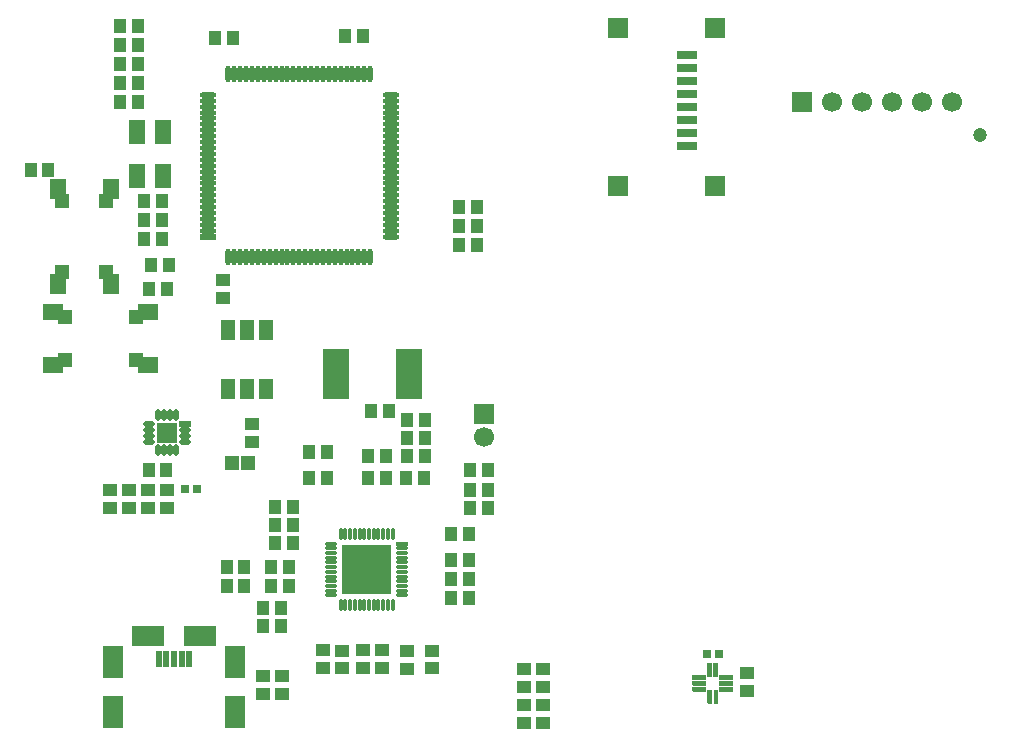
<source format=gbs>
G04 #@! TF.GenerationSoftware,KiCad,Pcbnew,(2017-02-02 revision 8dadc18)-makepkg*
G04 #@! TF.CreationDate,2017-03-26T00:07:33+03:00*
G04 #@! TF.ProjectId,Badge,42616467652E6B696361645F70636200,rev?*
G04 #@! TF.FileFunction,Soldermask,Bot*
G04 #@! TF.FilePolarity,Negative*
%FSLAX46Y46*%
G04 Gerber Fmt 4.6, Leading zero omitted, Abs format (unit mm)*
G04 Created by KiCad (PCBNEW (2017-02-02 revision 8dadc18)-makepkg) date 03/26/17 00:07:33*
%MOMM*%
%LPD*%
G01*
G04 APERTURE LIST*
%ADD10C,0.100000*%
%ADD11R,1.000000X0.400000*%
%ADD12O,1.000000X0.400000*%
%ADD13O,0.400000X1.000000*%
%ADD14R,1.200000X1.200000*%
%ADD15R,0.450000X1.200000*%
%ADD16C,0.450000*%
%ADD17R,2.300000X4.200000*%
%ADD18R,1.216000X1.089000*%
%ADD19R,1.700000X1.700000*%
%ADD20C,1.700000*%
%ADD21R,0.800000X0.800000*%
%ADD22R,1.000000X0.500000*%
%ADD23O,1.000000X0.500000*%
%ADD24O,0.500000X1.000000*%
%ADD25R,1.200000X1.300000*%
%ADD26R,1.700000X1.400000*%
%ADD27R,1.300000X1.200000*%
%ADD28R,1.400000X1.700000*%
%ADD29R,1.089000X1.216000*%
%ADD30R,1.701140X0.700380*%
%ADD31R,1.701140X1.701140*%
%ADD32R,1.700000X2.700000*%
%ADD33R,2.700000X1.700000*%
%ADD34R,0.600000X1.450000*%
%ADD35R,1.300000X1.800000*%
%ADD36R,1.400000X0.480000*%
%ADD37O,1.400000X0.480000*%
%ADD38O,0.480000X1.400000*%
%ADD39C,1.200000*%
%ADD40R,1.398880X2.099920*%
%ADD41R,1.100000X1.200000*%
%ADD42R,1.200000X1.100000*%
%ADD43R,1.280000X1.200000*%
G04 APERTURE END LIST*
D10*
D11*
X133302000Y-95385700D03*
D12*
X133302000Y-95785700D03*
X133302000Y-96185700D03*
X133302000Y-96585700D03*
X133302000Y-96985700D03*
X133302000Y-97385700D03*
X133302000Y-97785700D03*
X133302000Y-98185700D03*
X133302000Y-98585700D03*
X133302000Y-98985700D03*
X133302000Y-99385700D03*
X133302000Y-99785700D03*
D13*
X132502000Y-100585700D03*
X132102000Y-100585700D03*
X131702000Y-100585700D03*
X131302000Y-100585700D03*
X130902000Y-100585700D03*
X130502000Y-100585700D03*
X130102000Y-100585700D03*
X129702000Y-100585700D03*
X129302000Y-100585700D03*
X128902000Y-100585700D03*
X128502000Y-100585700D03*
X128102000Y-100585700D03*
D12*
X127302000Y-99785700D03*
X127302000Y-99385700D03*
X127302000Y-98985700D03*
X127302000Y-98585700D03*
X127302000Y-98185700D03*
X127302000Y-97785700D03*
X127302000Y-97385700D03*
X127302000Y-96985700D03*
X127302000Y-96585700D03*
X127302000Y-96185700D03*
X127302000Y-95785700D03*
X127302000Y-95385700D03*
D13*
X128102000Y-94585700D03*
X128502000Y-94585700D03*
X128902000Y-94585700D03*
X129302000Y-94585700D03*
X129702000Y-94585700D03*
X130102000Y-94585700D03*
X130502000Y-94585700D03*
X130902000Y-94585700D03*
X131302000Y-94585700D03*
X131702000Y-94585700D03*
X132102000Y-94585700D03*
X132502000Y-94585700D03*
D14*
X131802000Y-96085700D03*
X131802000Y-97085700D03*
X131802000Y-98085700D03*
X131802000Y-99085700D03*
X130802000Y-96085700D03*
X130802000Y-97085700D03*
X130802000Y-98085700D03*
X130802000Y-99085700D03*
X129802000Y-96085700D03*
X129802000Y-97085700D03*
X129802000Y-98085700D03*
X129802000Y-99085700D03*
X128802000Y-96085700D03*
X128802000Y-97085700D03*
X128802000Y-98085700D03*
X128802000Y-99085700D03*
D15*
X159850000Y-108350000D03*
D10*
G36*
X159473527Y-107750542D02*
X159484448Y-107752162D01*
X159495157Y-107754844D01*
X159505552Y-107758564D01*
X159515532Y-107763284D01*
X159525002Y-107768960D01*
X159533869Y-107775536D01*
X159542050Y-107782950D01*
X159549464Y-107791131D01*
X159556040Y-107799998D01*
X159561716Y-107809468D01*
X159566436Y-107819448D01*
X159570156Y-107829843D01*
X159572838Y-107840552D01*
X159574458Y-107851473D01*
X159575000Y-107862500D01*
X159575000Y-108837500D01*
X159574458Y-108848527D01*
X159572838Y-108859448D01*
X159570156Y-108870157D01*
X159566436Y-108880552D01*
X159561716Y-108890532D01*
X159556040Y-108900002D01*
X159549464Y-108908869D01*
X159542050Y-108917050D01*
X159533869Y-108924464D01*
X159525002Y-108931040D01*
X159515532Y-108936716D01*
X159505552Y-108941436D01*
X159495157Y-108945156D01*
X159484448Y-108947838D01*
X159473527Y-108949458D01*
X159462500Y-108950000D01*
X159237500Y-108950000D01*
X159226473Y-108949458D01*
X159215552Y-108947838D01*
X159204843Y-108945156D01*
X159194448Y-108941436D01*
X159184468Y-108936716D01*
X159174998Y-108931040D01*
X159166131Y-108924464D01*
X159157950Y-108917050D01*
X159150536Y-108908869D01*
X159143960Y-108900002D01*
X159138284Y-108890532D01*
X159133564Y-108880552D01*
X159129844Y-108870157D01*
X159127162Y-108859448D01*
X159125542Y-108848527D01*
X159125000Y-108837500D01*
X159125000Y-107862500D01*
X159125542Y-107851473D01*
X159127162Y-107840552D01*
X159129844Y-107829843D01*
X159133564Y-107819448D01*
X159138284Y-107809468D01*
X159143960Y-107799998D01*
X159150536Y-107791131D01*
X159157950Y-107782950D01*
X159166131Y-107775536D01*
X159174998Y-107768960D01*
X159184468Y-107763284D01*
X159194448Y-107758564D01*
X159204843Y-107754844D01*
X159215552Y-107752162D01*
X159226473Y-107750542D01*
X159237500Y-107750000D01*
X159462500Y-107750000D01*
X159473527Y-107750542D01*
X159473527Y-107750542D01*
G37*
D16*
X159350000Y-108350000D03*
D10*
G36*
X158973527Y-107500542D02*
X158984448Y-107502162D01*
X158995157Y-107504844D01*
X159005552Y-107508564D01*
X159015532Y-107513284D01*
X159025002Y-107518960D01*
X159033869Y-107525536D01*
X159042050Y-107532950D01*
X159049464Y-107541131D01*
X159056040Y-107549998D01*
X159061716Y-107559468D01*
X159066436Y-107569448D01*
X159070156Y-107579843D01*
X159072838Y-107590552D01*
X159074458Y-107601473D01*
X159075000Y-107612500D01*
X159075000Y-107837500D01*
X159074458Y-107848527D01*
X159072838Y-107859448D01*
X159070156Y-107870157D01*
X159066436Y-107880552D01*
X159061716Y-107890532D01*
X159056040Y-107900002D01*
X159049464Y-107908869D01*
X159042050Y-107917050D01*
X159033869Y-107924464D01*
X159025002Y-107931040D01*
X159015532Y-107936716D01*
X159005552Y-107941436D01*
X158995157Y-107945156D01*
X158984448Y-107947838D01*
X158973527Y-107949458D01*
X158962500Y-107950000D01*
X157987500Y-107950000D01*
X157976473Y-107949458D01*
X157965552Y-107947838D01*
X157954843Y-107945156D01*
X157944448Y-107941436D01*
X157934468Y-107936716D01*
X157924998Y-107931040D01*
X157916131Y-107924464D01*
X157907950Y-107917050D01*
X157900536Y-107908869D01*
X157893960Y-107900002D01*
X157888284Y-107890532D01*
X157883564Y-107880552D01*
X157879844Y-107870157D01*
X157877162Y-107859448D01*
X157875542Y-107848527D01*
X157875000Y-107837500D01*
X157875000Y-107612500D01*
X157875542Y-107601473D01*
X157877162Y-107590552D01*
X157879844Y-107579843D01*
X157883564Y-107569448D01*
X157888284Y-107559468D01*
X157893960Y-107549998D01*
X157900536Y-107541131D01*
X157907950Y-107532950D01*
X157916131Y-107525536D01*
X157924998Y-107518960D01*
X157934468Y-107513284D01*
X157944448Y-107508564D01*
X157954843Y-107504844D01*
X157965552Y-107502162D01*
X157976473Y-107500542D01*
X157987500Y-107500000D01*
X158962500Y-107500000D01*
X158973527Y-107500542D01*
X158973527Y-107500542D01*
G37*
D16*
X158475000Y-107725000D03*
D10*
G36*
X158973527Y-107000542D02*
X158984448Y-107002162D01*
X158995157Y-107004844D01*
X159005552Y-107008564D01*
X159015532Y-107013284D01*
X159025002Y-107018960D01*
X159033869Y-107025536D01*
X159042050Y-107032950D01*
X159049464Y-107041131D01*
X159056040Y-107049998D01*
X159061716Y-107059468D01*
X159066436Y-107069448D01*
X159070156Y-107079843D01*
X159072838Y-107090552D01*
X159074458Y-107101473D01*
X159075000Y-107112500D01*
X159075000Y-107337500D01*
X159074458Y-107348527D01*
X159072838Y-107359448D01*
X159070156Y-107370157D01*
X159066436Y-107380552D01*
X159061716Y-107390532D01*
X159056040Y-107400002D01*
X159049464Y-107408869D01*
X159042050Y-107417050D01*
X159033869Y-107424464D01*
X159025002Y-107431040D01*
X159015532Y-107436716D01*
X159005552Y-107441436D01*
X158995157Y-107445156D01*
X158984448Y-107447838D01*
X158973527Y-107449458D01*
X158962500Y-107450000D01*
X157987500Y-107450000D01*
X157976473Y-107449458D01*
X157965552Y-107447838D01*
X157954843Y-107445156D01*
X157944448Y-107441436D01*
X157934468Y-107436716D01*
X157924998Y-107431040D01*
X157916131Y-107424464D01*
X157907950Y-107417050D01*
X157900536Y-107408869D01*
X157893960Y-107400002D01*
X157888284Y-107390532D01*
X157883564Y-107380552D01*
X157879844Y-107370157D01*
X157877162Y-107359448D01*
X157875542Y-107348527D01*
X157875000Y-107337500D01*
X157875000Y-107112500D01*
X157875542Y-107101473D01*
X157877162Y-107090552D01*
X157879844Y-107079843D01*
X157883564Y-107069448D01*
X157888284Y-107059468D01*
X157893960Y-107049998D01*
X157900536Y-107041131D01*
X157907950Y-107032950D01*
X157916131Y-107025536D01*
X157924998Y-107018960D01*
X157934468Y-107013284D01*
X157944448Y-107008564D01*
X157954843Y-107004844D01*
X157965552Y-107002162D01*
X157976473Y-107000542D01*
X157987500Y-107000000D01*
X158962500Y-107000000D01*
X158973527Y-107000542D01*
X158973527Y-107000542D01*
G37*
D16*
X158475000Y-107225000D03*
D10*
G36*
X158973527Y-106500542D02*
X158984448Y-106502162D01*
X158995157Y-106504844D01*
X159005552Y-106508564D01*
X159015532Y-106513284D01*
X159025002Y-106518960D01*
X159033869Y-106525536D01*
X159042050Y-106532950D01*
X159049464Y-106541131D01*
X159056040Y-106549998D01*
X159061716Y-106559468D01*
X159066436Y-106569448D01*
X159070156Y-106579843D01*
X159072838Y-106590552D01*
X159074458Y-106601473D01*
X159075000Y-106612500D01*
X159075000Y-106837500D01*
X159074458Y-106848527D01*
X159072838Y-106859448D01*
X159070156Y-106870157D01*
X159066436Y-106880552D01*
X159061716Y-106890532D01*
X159056040Y-106900002D01*
X159049464Y-106908869D01*
X159042050Y-106917050D01*
X159033869Y-106924464D01*
X159025002Y-106931040D01*
X159015532Y-106936716D01*
X159005552Y-106941436D01*
X158995157Y-106945156D01*
X158984448Y-106947838D01*
X158973527Y-106949458D01*
X158962500Y-106950000D01*
X157987500Y-106950000D01*
X157976473Y-106949458D01*
X157965552Y-106947838D01*
X157954843Y-106945156D01*
X157944448Y-106941436D01*
X157934468Y-106936716D01*
X157924998Y-106931040D01*
X157916131Y-106924464D01*
X157907950Y-106917050D01*
X157900536Y-106908869D01*
X157893960Y-106900002D01*
X157888284Y-106890532D01*
X157883564Y-106880552D01*
X157879844Y-106870157D01*
X157877162Y-106859448D01*
X157875542Y-106848527D01*
X157875000Y-106837500D01*
X157875000Y-106612500D01*
X157875542Y-106601473D01*
X157877162Y-106590552D01*
X157879844Y-106579843D01*
X157883564Y-106569448D01*
X157888284Y-106559468D01*
X157893960Y-106549998D01*
X157900536Y-106541131D01*
X157907950Y-106532950D01*
X157916131Y-106525536D01*
X157924998Y-106518960D01*
X157934468Y-106513284D01*
X157944448Y-106508564D01*
X157954843Y-106504844D01*
X157965552Y-106502162D01*
X157976473Y-106500542D01*
X157987500Y-106500000D01*
X158962500Y-106500000D01*
X158973527Y-106500542D01*
X158973527Y-106500542D01*
G37*
D16*
X158475000Y-106725000D03*
D10*
G36*
X159473527Y-105500542D02*
X159484448Y-105502162D01*
X159495157Y-105504844D01*
X159505552Y-105508564D01*
X159515532Y-105513284D01*
X159525002Y-105518960D01*
X159533869Y-105525536D01*
X159542050Y-105532950D01*
X159549464Y-105541131D01*
X159556040Y-105549998D01*
X159561716Y-105559468D01*
X159566436Y-105569448D01*
X159570156Y-105579843D01*
X159572838Y-105590552D01*
X159574458Y-105601473D01*
X159575000Y-105612500D01*
X159575000Y-106587500D01*
X159574458Y-106598527D01*
X159572838Y-106609448D01*
X159570156Y-106620157D01*
X159566436Y-106630552D01*
X159561716Y-106640532D01*
X159556040Y-106650002D01*
X159549464Y-106658869D01*
X159542050Y-106667050D01*
X159533869Y-106674464D01*
X159525002Y-106681040D01*
X159515532Y-106686716D01*
X159505552Y-106691436D01*
X159495157Y-106695156D01*
X159484448Y-106697838D01*
X159473527Y-106699458D01*
X159462500Y-106700000D01*
X159237500Y-106700000D01*
X159226473Y-106699458D01*
X159215552Y-106697838D01*
X159204843Y-106695156D01*
X159194448Y-106691436D01*
X159184468Y-106686716D01*
X159174998Y-106681040D01*
X159166131Y-106674464D01*
X159157950Y-106667050D01*
X159150536Y-106658869D01*
X159143960Y-106650002D01*
X159138284Y-106640532D01*
X159133564Y-106630552D01*
X159129844Y-106620157D01*
X159127162Y-106609448D01*
X159125542Y-106598527D01*
X159125000Y-106587500D01*
X159125000Y-105612500D01*
X159125542Y-105601473D01*
X159127162Y-105590552D01*
X159129844Y-105579843D01*
X159133564Y-105569448D01*
X159138284Y-105559468D01*
X159143960Y-105549998D01*
X159150536Y-105541131D01*
X159157950Y-105532950D01*
X159166131Y-105525536D01*
X159174998Y-105518960D01*
X159184468Y-105513284D01*
X159194448Y-105508564D01*
X159204843Y-105504844D01*
X159215552Y-105502162D01*
X159226473Y-105500542D01*
X159237500Y-105500000D01*
X159462500Y-105500000D01*
X159473527Y-105500542D01*
X159473527Y-105500542D01*
G37*
D16*
X159350000Y-106100000D03*
D10*
G36*
X159973527Y-105500542D02*
X159984448Y-105502162D01*
X159995157Y-105504844D01*
X160005552Y-105508564D01*
X160015532Y-105513284D01*
X160025002Y-105518960D01*
X160033869Y-105525536D01*
X160042050Y-105532950D01*
X160049464Y-105541131D01*
X160056040Y-105549998D01*
X160061716Y-105559468D01*
X160066436Y-105569448D01*
X160070156Y-105579843D01*
X160072838Y-105590552D01*
X160074458Y-105601473D01*
X160075000Y-105612500D01*
X160075000Y-106587500D01*
X160074458Y-106598527D01*
X160072838Y-106609448D01*
X160070156Y-106620157D01*
X160066436Y-106630552D01*
X160061716Y-106640532D01*
X160056040Y-106650002D01*
X160049464Y-106658869D01*
X160042050Y-106667050D01*
X160033869Y-106674464D01*
X160025002Y-106681040D01*
X160015532Y-106686716D01*
X160005552Y-106691436D01*
X159995157Y-106695156D01*
X159984448Y-106697838D01*
X159973527Y-106699458D01*
X159962500Y-106700000D01*
X159737500Y-106700000D01*
X159726473Y-106699458D01*
X159715552Y-106697838D01*
X159704843Y-106695156D01*
X159694448Y-106691436D01*
X159684468Y-106686716D01*
X159674998Y-106681040D01*
X159666131Y-106674464D01*
X159657950Y-106667050D01*
X159650536Y-106658869D01*
X159643960Y-106650002D01*
X159638284Y-106640532D01*
X159633564Y-106630552D01*
X159629844Y-106620157D01*
X159627162Y-106609448D01*
X159625542Y-106598527D01*
X159625000Y-106587500D01*
X159625000Y-105612500D01*
X159625542Y-105601473D01*
X159627162Y-105590552D01*
X159629844Y-105579843D01*
X159633564Y-105569448D01*
X159638284Y-105559468D01*
X159643960Y-105549998D01*
X159650536Y-105541131D01*
X159657950Y-105532950D01*
X159666131Y-105525536D01*
X159674998Y-105518960D01*
X159684468Y-105513284D01*
X159694448Y-105508564D01*
X159704843Y-105504844D01*
X159715552Y-105502162D01*
X159726473Y-105500542D01*
X159737500Y-105500000D01*
X159962500Y-105500000D01*
X159973527Y-105500542D01*
X159973527Y-105500542D01*
G37*
D16*
X159850000Y-106100000D03*
D10*
G36*
X161223527Y-106500542D02*
X161234448Y-106502162D01*
X161245157Y-106504844D01*
X161255552Y-106508564D01*
X161265532Y-106513284D01*
X161275002Y-106518960D01*
X161283869Y-106525536D01*
X161292050Y-106532950D01*
X161299464Y-106541131D01*
X161306040Y-106549998D01*
X161311716Y-106559468D01*
X161316436Y-106569448D01*
X161320156Y-106579843D01*
X161322838Y-106590552D01*
X161324458Y-106601473D01*
X161325000Y-106612500D01*
X161325000Y-106837500D01*
X161324458Y-106848527D01*
X161322838Y-106859448D01*
X161320156Y-106870157D01*
X161316436Y-106880552D01*
X161311716Y-106890532D01*
X161306040Y-106900002D01*
X161299464Y-106908869D01*
X161292050Y-106917050D01*
X161283869Y-106924464D01*
X161275002Y-106931040D01*
X161265532Y-106936716D01*
X161255552Y-106941436D01*
X161245157Y-106945156D01*
X161234448Y-106947838D01*
X161223527Y-106949458D01*
X161212500Y-106950000D01*
X160237500Y-106950000D01*
X160226473Y-106949458D01*
X160215552Y-106947838D01*
X160204843Y-106945156D01*
X160194448Y-106941436D01*
X160184468Y-106936716D01*
X160174998Y-106931040D01*
X160166131Y-106924464D01*
X160157950Y-106917050D01*
X160150536Y-106908869D01*
X160143960Y-106900002D01*
X160138284Y-106890532D01*
X160133564Y-106880552D01*
X160129844Y-106870157D01*
X160127162Y-106859448D01*
X160125542Y-106848527D01*
X160125000Y-106837500D01*
X160125000Y-106612500D01*
X160125542Y-106601473D01*
X160127162Y-106590552D01*
X160129844Y-106579843D01*
X160133564Y-106569448D01*
X160138284Y-106559468D01*
X160143960Y-106549998D01*
X160150536Y-106541131D01*
X160157950Y-106532950D01*
X160166131Y-106525536D01*
X160174998Y-106518960D01*
X160184468Y-106513284D01*
X160194448Y-106508564D01*
X160204843Y-106504844D01*
X160215552Y-106502162D01*
X160226473Y-106500542D01*
X160237500Y-106500000D01*
X161212500Y-106500000D01*
X161223527Y-106500542D01*
X161223527Y-106500542D01*
G37*
D16*
X160725000Y-106725000D03*
D10*
G36*
X161223527Y-107000542D02*
X161234448Y-107002162D01*
X161245157Y-107004844D01*
X161255552Y-107008564D01*
X161265532Y-107013284D01*
X161275002Y-107018960D01*
X161283869Y-107025536D01*
X161292050Y-107032950D01*
X161299464Y-107041131D01*
X161306040Y-107049998D01*
X161311716Y-107059468D01*
X161316436Y-107069448D01*
X161320156Y-107079843D01*
X161322838Y-107090552D01*
X161324458Y-107101473D01*
X161325000Y-107112500D01*
X161325000Y-107337500D01*
X161324458Y-107348527D01*
X161322838Y-107359448D01*
X161320156Y-107370157D01*
X161316436Y-107380552D01*
X161311716Y-107390532D01*
X161306040Y-107400002D01*
X161299464Y-107408869D01*
X161292050Y-107417050D01*
X161283869Y-107424464D01*
X161275002Y-107431040D01*
X161265532Y-107436716D01*
X161255552Y-107441436D01*
X161245157Y-107445156D01*
X161234448Y-107447838D01*
X161223527Y-107449458D01*
X161212500Y-107450000D01*
X160237500Y-107450000D01*
X160226473Y-107449458D01*
X160215552Y-107447838D01*
X160204843Y-107445156D01*
X160194448Y-107441436D01*
X160184468Y-107436716D01*
X160174998Y-107431040D01*
X160166131Y-107424464D01*
X160157950Y-107417050D01*
X160150536Y-107408869D01*
X160143960Y-107400002D01*
X160138284Y-107390532D01*
X160133564Y-107380552D01*
X160129844Y-107370157D01*
X160127162Y-107359448D01*
X160125542Y-107348527D01*
X160125000Y-107337500D01*
X160125000Y-107112500D01*
X160125542Y-107101473D01*
X160127162Y-107090552D01*
X160129844Y-107079843D01*
X160133564Y-107069448D01*
X160138284Y-107059468D01*
X160143960Y-107049998D01*
X160150536Y-107041131D01*
X160157950Y-107032950D01*
X160166131Y-107025536D01*
X160174998Y-107018960D01*
X160184468Y-107013284D01*
X160194448Y-107008564D01*
X160204843Y-107004844D01*
X160215552Y-107002162D01*
X160226473Y-107000542D01*
X160237500Y-107000000D01*
X161212500Y-107000000D01*
X161223527Y-107000542D01*
X161223527Y-107000542D01*
G37*
D16*
X160725000Y-107225000D03*
D10*
G36*
X161223527Y-107500542D02*
X161234448Y-107502162D01*
X161245157Y-107504844D01*
X161255552Y-107508564D01*
X161265532Y-107513284D01*
X161275002Y-107518960D01*
X161283869Y-107525536D01*
X161292050Y-107532950D01*
X161299464Y-107541131D01*
X161306040Y-107549998D01*
X161311716Y-107559468D01*
X161316436Y-107569448D01*
X161320156Y-107579843D01*
X161322838Y-107590552D01*
X161324458Y-107601473D01*
X161325000Y-107612500D01*
X161325000Y-107837500D01*
X161324458Y-107848527D01*
X161322838Y-107859448D01*
X161320156Y-107870157D01*
X161316436Y-107880552D01*
X161311716Y-107890532D01*
X161306040Y-107900002D01*
X161299464Y-107908869D01*
X161292050Y-107917050D01*
X161283869Y-107924464D01*
X161275002Y-107931040D01*
X161265532Y-107936716D01*
X161255552Y-107941436D01*
X161245157Y-107945156D01*
X161234448Y-107947838D01*
X161223527Y-107949458D01*
X161212500Y-107950000D01*
X160237500Y-107950000D01*
X160226473Y-107949458D01*
X160215552Y-107947838D01*
X160204843Y-107945156D01*
X160194448Y-107941436D01*
X160184468Y-107936716D01*
X160174998Y-107931040D01*
X160166131Y-107924464D01*
X160157950Y-107917050D01*
X160150536Y-107908869D01*
X160143960Y-107900002D01*
X160138284Y-107890532D01*
X160133564Y-107880552D01*
X160129844Y-107870157D01*
X160127162Y-107859448D01*
X160125542Y-107848527D01*
X160125000Y-107837500D01*
X160125000Y-107612500D01*
X160125542Y-107601473D01*
X160127162Y-107590552D01*
X160129844Y-107579843D01*
X160133564Y-107569448D01*
X160138284Y-107559468D01*
X160143960Y-107549998D01*
X160150536Y-107541131D01*
X160157950Y-107532950D01*
X160166131Y-107525536D01*
X160174998Y-107518960D01*
X160184468Y-107513284D01*
X160194448Y-107508564D01*
X160204843Y-107504844D01*
X160215552Y-107502162D01*
X160226473Y-107500542D01*
X160237500Y-107500000D01*
X161212500Y-107500000D01*
X161223527Y-107500542D01*
X161223527Y-107500542D01*
G37*
D16*
X160725000Y-107725000D03*
D17*
X133900000Y-81000000D03*
X127700000Y-81000000D03*
D18*
X162470000Y-107846000D03*
X162470000Y-106322000D03*
D19*
X140200000Y-84400000D03*
D20*
X140200000Y-86400000D03*
D21*
X159119000Y-104720000D03*
X160119000Y-104720000D03*
D22*
X114900000Y-85250000D03*
D23*
X114900000Y-85750000D03*
X114900000Y-86250000D03*
X114900000Y-86750000D03*
D24*
X114150000Y-87500000D03*
X113650000Y-87500000D03*
X113150000Y-87500000D03*
X112650000Y-87500000D03*
D23*
X111900000Y-86750000D03*
X111900000Y-86250000D03*
X111900000Y-85750000D03*
X111900000Y-85250000D03*
D24*
X112650000Y-84500000D03*
X113150000Y-84500000D03*
X113650000Y-84500000D03*
X114150000Y-84500000D03*
D19*
X113400000Y-86000000D03*
D25*
X110770000Y-76183600D03*
X110770000Y-79883600D03*
X104770000Y-76183600D03*
X104770000Y-79883600D03*
D26*
X103770000Y-75783600D03*
X103770000Y-80283600D03*
X111770000Y-75783600D03*
X111770000Y-80283600D03*
D27*
X108250000Y-72400000D03*
X104550000Y-72400000D03*
X108250000Y-66400000D03*
X104550000Y-66400000D03*
D28*
X108650000Y-65400000D03*
X104150000Y-65400000D03*
X108650000Y-73400000D03*
X104150000Y-73400000D03*
D29*
X125438000Y-87600000D03*
X126962000Y-87600000D03*
X111438000Y-66400000D03*
X112962000Y-66400000D03*
X109438000Y-58000000D03*
X110962000Y-58000000D03*
X139669000Y-66907700D03*
X138145000Y-66907700D03*
D18*
X118112000Y-74600400D03*
X118112000Y-73076400D03*
D29*
X112962000Y-69600000D03*
X111438000Y-69600000D03*
X110962000Y-51600000D03*
X109438000Y-51600000D03*
X109438000Y-56400000D03*
X110962000Y-56400000D03*
X109438000Y-54800000D03*
X110962000Y-54800000D03*
X138145000Y-68507700D03*
X139669000Y-68507700D03*
X139669000Y-70107700D03*
X138145000Y-70107700D03*
X132162000Y-84200000D03*
X130638000Y-84200000D03*
X110962000Y-53200000D03*
X109438000Y-53200000D03*
D18*
X143600000Y-107562000D03*
X143600000Y-106038000D03*
D29*
X129962000Y-52400000D03*
X128438000Y-52400000D03*
X118962000Y-52600000D03*
X117438000Y-52600000D03*
D18*
X108600000Y-90838000D03*
X108600000Y-92362000D03*
D29*
X137415000Y-96775000D03*
X138939000Y-96775000D03*
X121490000Y-100884000D03*
X123014000Y-100884000D03*
D18*
X111800000Y-90838000D03*
X111800000Y-92362000D03*
X131600000Y-104438000D03*
X131600000Y-105962000D03*
D29*
X123014000Y-102408000D03*
X121490000Y-102408000D03*
X133731000Y-86435000D03*
X135255000Y-86435000D03*
D18*
X130000000Y-104438000D03*
X130000000Y-105962000D03*
X143600000Y-110562000D03*
X143600000Y-109038000D03*
D29*
X112962000Y-68000000D03*
X111438000Y-68000000D03*
D18*
X133731000Y-104469000D03*
X133731000Y-105993000D03*
D29*
X131962000Y-89800000D03*
X130438000Y-89800000D03*
X133731000Y-84911000D03*
X135255000Y-84911000D03*
X133638000Y-89800000D03*
X135162000Y-89800000D03*
D18*
X126600000Y-104438000D03*
X126600000Y-105962000D03*
X113400000Y-90838000D03*
X113400000Y-92362000D03*
D29*
X138939000Y-99975000D03*
X137415000Y-99975000D03*
X125438000Y-89800000D03*
X126962000Y-89800000D03*
X138939000Y-98375000D03*
X137415000Y-98375000D03*
D18*
X110200000Y-92362000D03*
X110200000Y-90838000D03*
D29*
X123739000Y-98975000D03*
X122215000Y-98975000D03*
D18*
X121500000Y-108112000D03*
X121500000Y-106588000D03*
D29*
X123739000Y-97375000D03*
X122215000Y-97375000D03*
D30*
X157400300Y-61699460D03*
X157400300Y-60599640D03*
X157400300Y-59499820D03*
X157400300Y-58400000D03*
X157400300Y-57300180D03*
X157400300Y-56200360D03*
X157400300Y-55100540D03*
X157400300Y-54000720D03*
D31*
X151598940Y-65100520D03*
X159800600Y-65100520D03*
X151598940Y-51699480D03*
X159800600Y-51699480D03*
D19*
X167200000Y-58000000D03*
D20*
X169740000Y-58000000D03*
X172280000Y-58000000D03*
X174820000Y-58000000D03*
X177360000Y-58000000D03*
X179900000Y-58000000D03*
D32*
X119150000Y-109650000D03*
X108850000Y-109650000D03*
X119150000Y-105450000D03*
X108850000Y-105450000D03*
D33*
X116200000Y-103250000D03*
X111800000Y-103250000D03*
D34*
X115300000Y-105125000D03*
X114650000Y-105125000D03*
X114000000Y-105125000D03*
X113350000Y-105125000D03*
X112700000Y-105125000D03*
D35*
X121800000Y-77300000D03*
X120200000Y-77300000D03*
X118600000Y-77300000D03*
X121800000Y-82300000D03*
X120200000Y-82300000D03*
X118600000Y-82300000D03*
D36*
X116850000Y-69400000D03*
D37*
X116850000Y-68900000D03*
X116850000Y-68400000D03*
X116850000Y-67900000D03*
X116850000Y-67400000D03*
X116850000Y-66900000D03*
X116850000Y-66400000D03*
X116850000Y-65900000D03*
X116850000Y-65400000D03*
X116850000Y-64900000D03*
X116850000Y-64400000D03*
X116850000Y-63900000D03*
X116850000Y-63400000D03*
X116850000Y-62900000D03*
X116850000Y-62400000D03*
X116850000Y-61900000D03*
X116850000Y-61400000D03*
X116850000Y-60900000D03*
X116850000Y-60400000D03*
X116850000Y-59900000D03*
X116850000Y-59400000D03*
X116850000Y-58900000D03*
X116850000Y-58400000D03*
X116850000Y-57900000D03*
X116850000Y-57400000D03*
D38*
X118600000Y-55650000D03*
X119100000Y-55650000D03*
X119600000Y-55650000D03*
X120100000Y-55650000D03*
X120600000Y-55650000D03*
X121100000Y-55650000D03*
X121600000Y-55650000D03*
X122100000Y-55650000D03*
X122600000Y-55650000D03*
X123100000Y-55650000D03*
X123600000Y-55650000D03*
X124100000Y-55650000D03*
X124600000Y-55650000D03*
X125100000Y-55650000D03*
X125600000Y-55650000D03*
X126100000Y-55650000D03*
X126600000Y-55650000D03*
X127100000Y-55650000D03*
X127600000Y-55650000D03*
X128100000Y-55650000D03*
X128600000Y-55650000D03*
X129100000Y-55650000D03*
X129600000Y-55650000D03*
X130100000Y-55650000D03*
X130600000Y-55650000D03*
D37*
X132350000Y-57400000D03*
X132350000Y-57900000D03*
X132350000Y-58400000D03*
X132350000Y-58900000D03*
X132350000Y-59400000D03*
X132350000Y-59900000D03*
X132350000Y-60400000D03*
X132350000Y-60900000D03*
X132350000Y-61400000D03*
X132350000Y-61900000D03*
X132350000Y-62400000D03*
X132350000Y-62900000D03*
X132350000Y-63400000D03*
X132350000Y-63900000D03*
X132350000Y-64400000D03*
X132350000Y-64900000D03*
X132350000Y-65400000D03*
X132350000Y-65900000D03*
X132350000Y-66400000D03*
X132350000Y-66900000D03*
X132350000Y-67400000D03*
X132350000Y-67900000D03*
X132350000Y-68400000D03*
X132350000Y-68900000D03*
X132350000Y-69400000D03*
D38*
X130600000Y-71150000D03*
X130100000Y-71150000D03*
X129600000Y-71150000D03*
X129100000Y-71150000D03*
X128600000Y-71150000D03*
X128100000Y-71150000D03*
X127600000Y-71150000D03*
X127100000Y-71150000D03*
X126600000Y-71150000D03*
X126100000Y-71150000D03*
X125600000Y-71150000D03*
X125100000Y-71150000D03*
X124600000Y-71150000D03*
X124100000Y-71150000D03*
X123600000Y-71150000D03*
X123100000Y-71150000D03*
X122600000Y-71150000D03*
X122100000Y-71150000D03*
X121600000Y-71150000D03*
X121100000Y-71150000D03*
X120600000Y-71150000D03*
X120100000Y-71150000D03*
X119600000Y-71150000D03*
X119100000Y-71150000D03*
X118600000Y-71150000D03*
D39*
X182200000Y-60800000D03*
D40*
X110900180Y-64249120D03*
X110900180Y-60550880D03*
X113099820Y-60550880D03*
X113099820Y-64249120D03*
D41*
X118450000Y-97400000D03*
X119950000Y-97400000D03*
X112050000Y-71800000D03*
X113550000Y-71800000D03*
D42*
X145200000Y-110550000D03*
X145200000Y-109050000D03*
D41*
X103350000Y-63800000D03*
X101850000Y-63800000D03*
D42*
X120600000Y-85250000D03*
X120600000Y-86750000D03*
X123100000Y-106600000D03*
X123100000Y-108100000D03*
X145200000Y-107550000D03*
X145200000Y-106050000D03*
D41*
X119950000Y-99000000D03*
X118450000Y-99000000D03*
X113350000Y-89200000D03*
X111850000Y-89200000D03*
X124067000Y-92277000D03*
X122567000Y-92277000D03*
X137450000Y-94600000D03*
X138950000Y-94600000D03*
X131950000Y-88000000D03*
X130450000Y-88000000D03*
D42*
X135800000Y-105950000D03*
X135800000Y-104450000D03*
D41*
X139061000Y-90847000D03*
X140561000Y-90847000D03*
X140550000Y-92400000D03*
X139050000Y-92400000D03*
X139050000Y-89200000D03*
X140550000Y-89200000D03*
D42*
X128200000Y-104450000D03*
X128200000Y-105950000D03*
D41*
X122567000Y-93801000D03*
X124067000Y-93801000D03*
D43*
X120260000Y-88600000D03*
X118940000Y-88600000D03*
D21*
X114900000Y-90800000D03*
X115900000Y-90800000D03*
D29*
X122555000Y-95325000D03*
X124079000Y-95325000D03*
X111838000Y-73800000D03*
X113362000Y-73800000D03*
X133731000Y-87959000D03*
X135255000Y-87959000D03*
M02*

</source>
